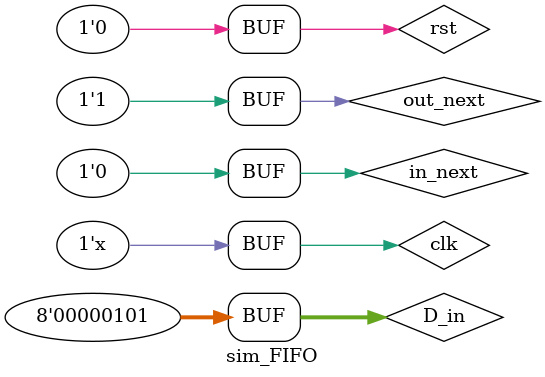
<source format=v>
`timescale 1ns / 1ps

module sim_FIFO(

    );
    
    wire empty, full;
    wire [7:0] D_out;
    reg clk, rst, in_next, out_next;
    reg [7:0] D_in;
    
    FIFO #(.depth(4)) uut (
        .clk(clk),
        .rst(rst),
        .in(D_in),
        .in_next(in_next),
        .out(D_out),
        .out_next(out_next),
        .empty(empty),
        .full(full)
        );
    
    initial begin
        rst <= 1;
        clk <= 0;
        in_next <= 0;
        out_next <= 0;
        
        #10
        rst <= 0;
        
        #5
        D_in <= 8'd1;
        in_next <= 1'b1;
        
        #10
        D_in <= 8'd2;
        in_next <= 1'b1;
        
        #10
        D_in <= 8'd3;
        in_next <= 1'b1;        
        out_next <= 1'b1;
        
        #10
        D_in <= 8'd4;
        in_next <= 1'b1;        
        out_next <= 1'b0;
        
        #10
        D_in <= 8'd5;
        in_next <= 1'b1;
        
        #10
        in_next <= 0;
        
        #20
        out_next <= 1'b1;
    end
    
    
    always #5
        clk = ~clk;
endmodule

</source>
